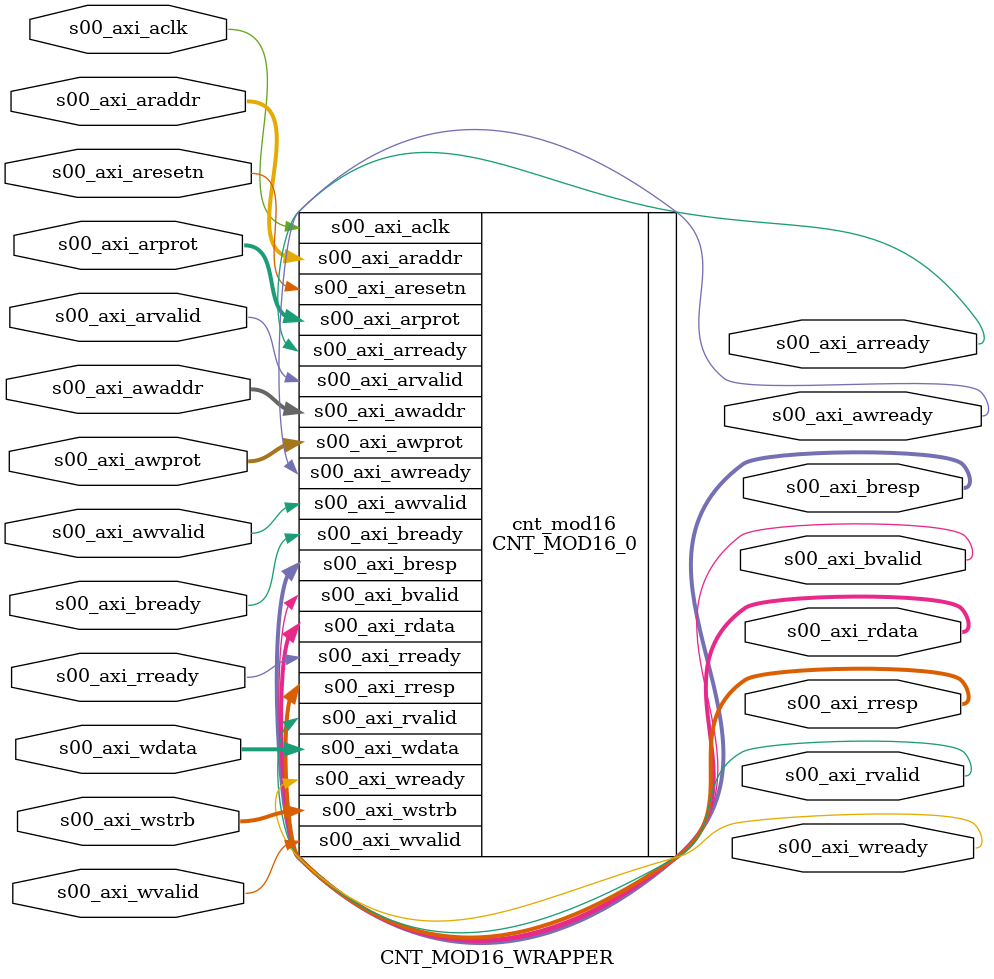
<source format=v>
`timescale 1ns / 1ps


module CNT_MOD16_WRAPPER(
        s00_axi_awaddr,
        s00_axi_awprot,
        s00_axi_awvalid,
        s00_axi_awready,
        s00_axi_wdata,
        s00_axi_wstrb,
        s00_axi_wvalid,
        s00_axi_wready,
        s00_axi_bresp,
        s00_axi_bvalid,
        s00_axi_bready,
        s00_axi_araddr,
        s00_axi_arprot,
        s00_axi_arvalid,
        s00_axi_arready,
        s00_axi_rdata,
        s00_axi_rresp,
        s00_axi_rvalid,
        s00_axi_rready,
        s00_axi_aclk,
        s00_axi_aresetn
    );

    input wire [3:0] s00_axi_awaddr;
    input wire [2:0] s00_axi_awprot;
    input wire s00_axi_awvalid;
    output wire s00_axi_awready;
    input wire [31:0] s00_axi_wdata;
    input wire [3:0] s00_axi_wstrb;
    input wire s00_axi_wvalid;
    output wire s00_axi_wready;
    output wire [1:0] s00_axi_bresp;
    output wire s00_axi_bvalid;
    input wire s00_axi_bready;
    input wire[3:0] s00_axi_araddr;
    input wire [2:0] s00_axi_arprot;
    input wire s00_axi_arvalid;
    output wire s00_axi_arready;
    output wire [31:0] s00_axi_rdata;
    output wire [1:0] s00_axi_rresp;
    output wire s00_axi_rvalid;
    input wire s00_axi_rready;
    input wire s00_axi_aclk;
    input wire s00_axi_aresetn;

    CNT_MOD16_0 cnt_mod16 (
        .s00_axi_awaddr(s00_axi_awaddr),    // input wire [3 : 0] s00_axi_awaddr
        .s00_axi_awprot(s00_axi_awprot),    // input wire [2 : 0] s00_axi_awprot
        .s00_axi_awvalid(s00_axi_awvalid),  // input wire s00_axi_awvalid
        .s00_axi_awready(s00_axi_awready),  // output wire s00_axi_awready
        .s00_axi_wdata(s00_axi_wdata),      // input wire [31 : 0] s00_axi_wdata
        .s00_axi_wstrb(s00_axi_wstrb),      // input wire [3 : 0] s00_axi_wstrb
        .s00_axi_wvalid(s00_axi_wvalid),    // input wire s00_axi_wvalid
        .s00_axi_wready(s00_axi_wready),    // output wire s00_axi_wready
        .s00_axi_bresp(s00_axi_bresp),      // output wire [1 : 0] s00_axi_bresp
        .s00_axi_bvalid(s00_axi_bvalid),    // output wire s00_axi_bvalid
        .s00_axi_bready(s00_axi_bready),    // input wire s00_axi_bready
        .s00_axi_araddr(s00_axi_araddr),    // input wire [3 : 0] s00_axi_araddr
        .s00_axi_arprot(s00_axi_arprot),    // input wire [2 : 0] s00_axi_arprot
        .s00_axi_arvalid(s00_axi_arvalid),  // input wire s00_axi_arvalid
        .s00_axi_arready(s00_axi_arready),  // output wire s00_axi_arready
        .s00_axi_rdata(s00_axi_rdata),      // output wire [31 : 0] s00_axi_rdata
        .s00_axi_rresp(s00_axi_rresp),      // output wire [1 : 0] s00_axi_rresp
        .s00_axi_rvalid(s00_axi_rvalid),    // output wire s00_axi_rvalid
        .s00_axi_rready(s00_axi_rready),    // input wire s00_axi_rready
        .s00_axi_aclk(s00_axi_aclk),        // input wire s00_axi_aclk
        .s00_axi_aresetn(s00_axi_aresetn)  // input wire s00_axi_aresetn
    );

endmodule

</source>
